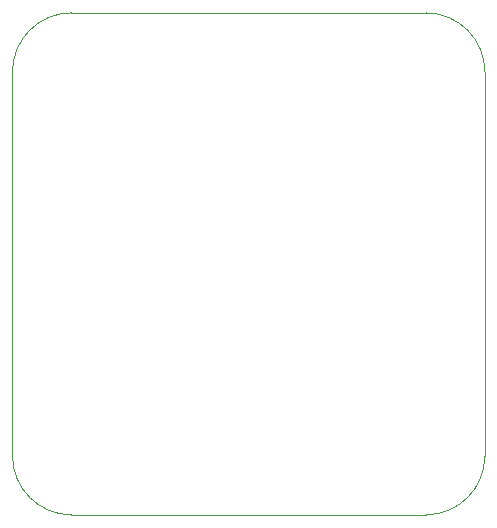
<source format=gbr>
%TF.GenerationSoftware,KiCad,Pcbnew,7.0.8*%
%TF.CreationDate,2024-09-28T20:52:04-07:00*%
%TF.ProjectId,proves_pcb_challenge,70726f76-6573-45f7-9063-625f6368616c,rev?*%
%TF.SameCoordinates,Original*%
%TF.FileFunction,Profile,NP*%
%FSLAX46Y46*%
G04 Gerber Fmt 4.6, Leading zero omitted, Abs format (unit mm)*
G04 Created by KiCad (PCBNEW 7.0.8) date 2024-09-28 20:52:04*
%MOMM*%
%LPD*%
G01*
G04 APERTURE LIST*
%TA.AperFunction,Profile*%
%ADD10C,0.100000*%
%TD*%
G04 APERTURE END LIST*
D10*
X120000000Y-75000000D02*
X150000000Y-75000000D01*
X155000000Y-80000000D02*
X155000000Y-112500000D01*
X120000000Y-75000000D02*
G75*
G03*
X115000000Y-80000000I0J-5000000D01*
G01*
X115000000Y-112500000D02*
G75*
G03*
X120000000Y-117500000I5000000J0D01*
G01*
X120000000Y-117500000D02*
X150000000Y-117500000D01*
X115000000Y-80000000D02*
X115000000Y-112500000D01*
X155000000Y-80000000D02*
G75*
G03*
X150000000Y-75000000I-5000000J0D01*
G01*
X150000000Y-117500000D02*
G75*
G03*
X155000000Y-112500000I0J5000000D01*
G01*
M02*

</source>
